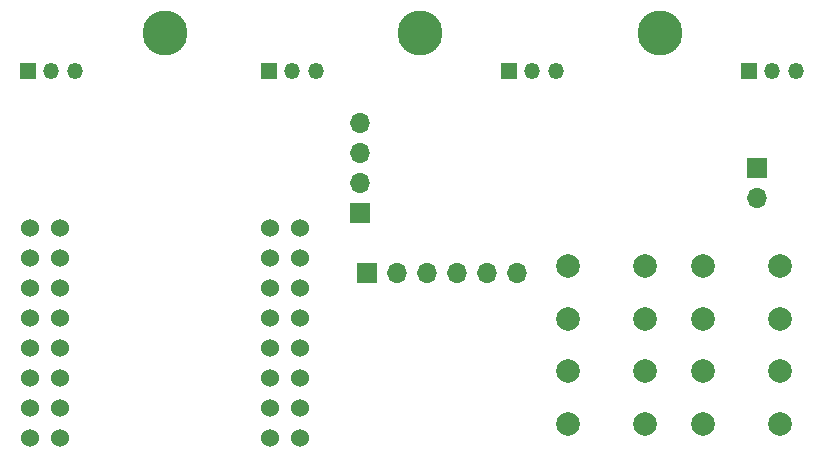
<source format=gbr>
%TF.GenerationSoftware,KiCad,Pcbnew,(6.0.7)*%
%TF.CreationDate,2023-02-03T07:15:45-06:00*%
%TF.ProjectId,LASK4,4c41534b-342e-46b6-9963-61645f706362,rev?*%
%TF.SameCoordinates,Original*%
%TF.FileFunction,Soldermask,Bot*%
%TF.FilePolarity,Negative*%
%FSLAX46Y46*%
G04 Gerber Fmt 4.6, Leading zero omitted, Abs format (unit mm)*
G04 Created by KiCad (PCBNEW (6.0.7)) date 2023-02-03 07:15:45*
%MOMM*%
%LPD*%
G01*
G04 APERTURE LIST*
%ADD10C,3.800000*%
%ADD11R,1.350000X1.350000*%
%ADD12O,1.350000X1.350000*%
%ADD13C,2.000000*%
%ADD14R,1.700000X1.700000*%
%ADD15O,1.700000X1.700000*%
%ADD16C,1.524000*%
G04 APERTURE END LIST*
D10*
%TO.C,H5*%
X168910000Y-76200000D03*
%TD*%
D11*
%TO.C,H4*%
X196755000Y-79375000D03*
D12*
X198755000Y-79375000D03*
X200755000Y-79375000D03*
%TD*%
D13*
%TO.C,Select1*%
X192890000Y-95940000D03*
X199390000Y-95940000D03*
X199390000Y-100440000D03*
X192890000Y-100440000D03*
%TD*%
D14*
%TO.C,S1*%
X163830000Y-91440000D03*
D15*
X163830000Y-88900000D03*
X163830000Y-86360000D03*
X163830000Y-83820000D03*
%TD*%
D11*
%TO.C,H2*%
X156115000Y-79375000D03*
D12*
X158115000Y-79375000D03*
X160115000Y-79375000D03*
%TD*%
D11*
%TO.C,H3*%
X176435000Y-79375000D03*
D12*
X178435000Y-79375000D03*
X180435000Y-79375000D03*
%TD*%
D13*
%TO.C,Up1*%
X187960000Y-95940000D03*
X181460000Y-95940000D03*
X187960000Y-100440000D03*
X181460000Y-100440000D03*
%TD*%
%TO.C,Down1*%
X187960000Y-104775000D03*
X181460000Y-104775000D03*
X181460000Y-109275000D03*
X187960000Y-109275000D03*
%TD*%
D10*
%TO.C,H7*%
X147320000Y-76200000D03*
%TD*%
%TO.C,H6*%
X189230000Y-76200000D03*
%TD*%
D13*
%TO.C,Start1*%
X199390000Y-104775000D03*
X192890000Y-104775000D03*
X199390000Y-109275000D03*
X192890000Y-109275000D03*
%TD*%
D11*
%TO.C,H1*%
X135700000Y-79375000D03*
D12*
X137700000Y-79375000D03*
X139700000Y-79375000D03*
%TD*%
D14*
%TO.C,U5*%
X164465000Y-96520000D03*
D15*
X167005000Y-96520000D03*
X169545000Y-96520000D03*
X172085000Y-96520000D03*
X174625000Y-96520000D03*
X177165000Y-96520000D03*
%TD*%
D16*
%TO.C,U6*%
X135890000Y-92710000D03*
X138430000Y-92710000D03*
X138430000Y-95250000D03*
X135890000Y-95250000D03*
X138430000Y-97790000D03*
X135890000Y-97790000D03*
X138430000Y-100330000D03*
X135890000Y-100330000D03*
X138430000Y-102870000D03*
X135890000Y-102870000D03*
X138430000Y-105410000D03*
X135890000Y-105410000D03*
X135890000Y-107950000D03*
X138430000Y-107950000D03*
X138430000Y-110490000D03*
X156210000Y-110490000D03*
X158750000Y-105410000D03*
X156210000Y-105410000D03*
X158750000Y-102870000D03*
X156210000Y-102870000D03*
X158750000Y-100330000D03*
X156210000Y-100330000D03*
X158750000Y-97790000D03*
X156210000Y-97790000D03*
X158750000Y-95250000D03*
X156210000Y-95250000D03*
X158750000Y-92710000D03*
X156210000Y-92710000D03*
X156210000Y-107950000D03*
X158750000Y-107950000D03*
X135890000Y-110490000D03*
X158750000Y-110490000D03*
%TD*%
D14*
%TO.C,J1*%
X197485000Y-87630000D03*
D15*
X197485000Y-90170000D03*
%TD*%
M02*

</source>
